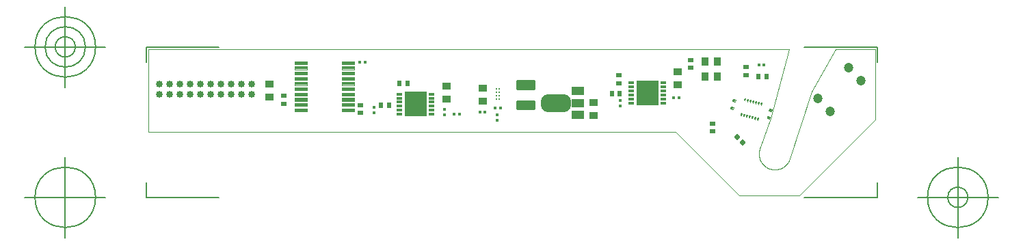
<source format=gbr>
G04 Generated by Ultiboard 14.2 *
%FSLAX46Y46*%
%MOIN*%

%ADD10C,0.000001*%
%ADD11C,0.005000*%
%ADD12C,0.000039*%
%ADD13R,0.039370X0.037402*%
%ADD14C,0.033465*%
%ADD15C,0.047244*%
%ADD16R,0.018110X0.016535*%
%ADD17R,0.022835X0.025984*%
%ADD18R,0.025984X0.022835*%
%ADD19R,0.059055X0.013780*%
%ADD20C,0.003937*%
%ADD21R,0.016535X0.018110*%
%ADD22R,0.031496X0.011811*%
%ADD23R,0.106299X0.122047*%
%ADD24R,0.080709X0.037402*%
%ADD25C,0.009843*%
%ADD26R,0.074803X0.015748*%
%ADD27C,0.070866*%
%ADD28R,0.059055X0.039370*%
%ADD29C,0.007874*%
%ADD30R,0.037402X0.041339*%
%ADD31P,0.032293X4*%
%ADD32P,0.010022X4X30*%
%ADD33P,0.016703X4X30*%


G04 ColorRGB FF00CC for the following layer *
%LN_uc5963b710a5c4298765c42*%
%LPD*%
G54D10*
G54D11*
X-10000Y-330000D02*
X-10000Y-256630D01*
X-10000Y-330000D02*
X346331Y-330000D01*
X3553307Y-330000D02*
X3196976Y-330000D01*
X3553307Y-330000D02*
X3553307Y-256630D01*
X3553307Y403701D02*
X3553307Y330331D01*
X3553307Y403701D02*
X3196976Y403701D01*
X-10000Y403701D02*
X346331Y403701D01*
X-10000Y403701D02*
X-10000Y330331D01*
X-206850Y-330000D02*
X-600551Y-330000D01*
X-403701Y-526850D02*
X-403701Y-133150D01*
X-551339Y-330000D02*
G75*
D01*
G02X-551339Y-330000I147638J0*
G01*
X3750157Y-330000D02*
X4143858Y-330000D01*
X3947008Y-526850D02*
X3947008Y-133150D01*
X3799370Y-330000D02*
G75*
D01*
G02X3799370Y-330000I147638J0*
G01*
X3897795Y-330000D02*
G75*
D01*
G02X3897795Y-330000I49213J0*
G01*
X-206850Y403701D02*
X-600551Y403701D01*
X-403701Y206850D02*
X-403701Y600551D01*
X-551339Y403701D02*
G75*
D01*
G02X-551339Y403701I147638J0*
G01*
X-502126Y403701D02*
G75*
D01*
G02X-502126Y403701I98425J0*
G01*
X-452913Y403701D02*
G75*
D01*
G02X-452913Y403701I49212J0*
G01*
X-10000Y-330000D02*
X-10000Y-256630D01*
X-10000Y-330000D02*
X346331Y-330000D01*
X3553307Y-330000D02*
X3196976Y-330000D01*
X3553307Y-330000D02*
X3553307Y-256630D01*
X3553307Y403701D02*
X3553307Y330331D01*
X3553307Y403701D02*
X3196976Y403701D01*
X-10000Y403701D02*
X346331Y403701D01*
X-10000Y403701D02*
X-10000Y330331D01*
X-206850Y-330000D02*
X-600551Y-330000D01*
X-403701Y-526850D02*
X-403701Y-133150D01*
X-551339Y-330000D02*
G75*
D01*
G02X-551339Y-330000I147638J0*
G01*
X3750157Y-330000D02*
X4143858Y-330000D01*
X3947008Y-526850D02*
X3947008Y-133150D01*
X3799370Y-330000D02*
G75*
D01*
G02X3799370Y-330000I147638J0*
G01*
X3897795Y-330000D02*
G75*
D01*
G02X3897795Y-330000I49213J0*
G01*
X-206850Y403701D02*
X-600551Y403701D01*
X-403701Y206850D02*
X-403701Y600551D01*
X-551339Y403701D02*
G75*
D01*
G02X-551339Y403701I147638J0*
G01*
X-502126Y403701D02*
G75*
D01*
G02X-502126Y403701I98425J0*
G01*
X-452913Y403701D02*
G75*
D01*
G02X-452913Y403701I49212J0*
G01*
G54D12*
X3035000Y55000D02*
X2985000Y-85000D01*
X2982421Y-91219D01*
X2980393Y-97639D01*
X2978933Y-104212D01*
X2978052Y-110887D01*
X2977755Y-117613D01*
X2978046Y-124340D01*
X2978922Y-131015D01*
X2980376Y-137589D01*
X2982398Y-144011D01*
X2984972Y-150233D01*
X2988078Y-156206D01*
X2991693Y-161886D01*
X2995789Y-167229D01*
X3000336Y-172195D01*
X3005298Y-176746D01*
X3010637Y-180847D01*
X3016314Y-184467D01*
X3022285Y-187579D01*
X3028504Y-190158D01*
X3034924Y-192185D01*
X3041497Y-193645D01*
X3048172Y-194527D01*
X3054898Y-194824D01*
X3061625Y-194533D01*
X3068300Y-193657D01*
X3074874Y-192203D01*
X3081296Y-190181D01*
X3087518Y-187607D01*
X3093491Y-184501D01*
X3099171Y-180886D01*
X3104514Y-176789D01*
X3109480Y-172243D01*
X3114031Y-167281D01*
X3118132Y-161941D01*
X3121752Y-156264D01*
X3124864Y-150294D01*
X3125000Y-150000D01*
X0Y-10000D02*
X0Y393701D01*
X3125000Y393701D01*
X3035000Y55000D01*
X2570000Y-10000D02*
X2880000Y-320000D01*
X2570000Y-10000D02*
X0Y-10000D01*
X3543307Y50000D02*
X3543307Y393701D01*
X3173307Y-320000D02*
X3543307Y50000D01*
X2880000Y-320000D02*
X3173307Y-320000D01*
X3125000Y-150000D02*
X3235000Y185000D01*
X3350000Y393701D01*
X3543307Y393701D01*
G54D13*
X590000Y158504D03*
X590000Y221496D03*
X2170000Y68504D03*
X2170000Y131496D03*
X1455000Y148504D03*
X1455000Y211496D03*
X1630000Y138504D03*
X1630000Y201496D03*
X2580000Y218504D03*
X2580000Y281496D03*
G54D14*
X305000Y171850D03*
X255000Y171850D03*
X355000Y171850D03*
X155000Y171850D03*
X55000Y171850D03*
X105000Y171850D03*
X355000Y221850D03*
X305000Y221850D03*
X255000Y221850D03*
X205000Y221850D03*
X155000Y221850D03*
X105000Y221850D03*
X55000Y221850D03*
X205000Y171850D03*
X505000Y221850D03*
X455000Y221850D03*
X405000Y221850D03*
X405000Y171850D03*
X455000Y171850D03*
X505000Y171850D03*
G54D15*
X3476210Y238994D03*
X3413994Y301210D03*
X3263790Y151006D03*
X3326006Y88790D03*
G54D16*
X2977008Y315000D03*
X3002992Y315000D03*
X1492008Y75000D03*
X1517992Y75000D03*
X1617008Y85000D03*
X1642992Y85000D03*
X1717992Y105000D03*
X1692008Y105000D03*
X2562008Y155000D03*
X2587992Y155000D03*
X1032008Y330000D03*
X1057992Y330000D03*
G54D17*
X2975709Y260000D03*
X3014291Y260000D03*
X1174291Y120000D03*
X1135709Y120000D03*
X2260709Y175000D03*
X2299291Y175000D03*
X1225709Y225000D03*
X1264291Y225000D03*
G54D18*
X2915000Y265709D03*
X2915000Y304291D03*
X1035000Y80709D03*
X1035000Y119291D03*
X2295000Y225709D03*
X2295000Y264291D03*
X2645000Y300709D03*
X2645000Y339291D03*
X660000Y164291D03*
X660000Y125709D03*
X2750000Y-9291D03*
X2750000Y29291D03*
G54D19*
X745827Y147283D03*
X745827Y121693D03*
X745827Y96102D03*
X974173Y96102D03*
X974173Y121693D03*
X974173Y147283D03*
X745827Y249646D03*
X745827Y224055D03*
X745827Y172874D03*
X745827Y198465D03*
X974173Y172874D03*
X974173Y198465D03*
X974173Y249646D03*
X974173Y224055D03*
X745827Y326417D03*
X745827Y275236D03*
X745827Y300827D03*
X974173Y326417D03*
X974173Y275236D03*
X974173Y300827D03*
G54D20*
X716300Y140393D02*
X775354Y140393D01*
X775354Y154173D01*
X716300Y154173D01*
X716300Y140393D01*D02*
X716300Y114803D02*
X775354Y114803D01*
X775354Y128583D01*
X716300Y128583D01*
X716300Y114803D01*D02*
X716300Y89212D02*
X775354Y89212D01*
X775354Y102992D01*
X716300Y102992D01*
X716300Y89212D01*D02*
X944646Y89212D02*
X1003700Y89212D01*
X1003700Y102992D01*
X944646Y102992D01*
X944646Y89212D01*D02*
X944646Y114803D02*
X1003700Y114803D01*
X1003700Y128583D01*
X944646Y128583D01*
X944646Y114803D01*D02*
X944646Y140393D02*
X1003700Y140393D01*
X1003700Y154173D01*
X944646Y154173D01*
X944646Y140393D01*D02*
X716300Y242756D02*
X775354Y242756D01*
X775354Y256536D01*
X716300Y256536D01*
X716300Y242756D01*D02*
X716300Y217165D02*
X775354Y217165D01*
X775354Y230945D01*
X716300Y230945D01*
X716300Y217165D01*D02*
X716300Y165984D02*
X775354Y165984D01*
X775354Y179764D01*
X716300Y179764D01*
X716300Y165984D01*D02*
X716300Y191575D02*
X775354Y191575D01*
X775354Y205355D01*
X716300Y205355D01*
X716300Y191575D01*D02*
X944646Y165984D02*
X1003700Y165984D01*
X1003700Y179764D01*
X944646Y179764D01*
X944646Y165984D01*D02*
X944646Y191575D02*
X1003700Y191575D01*
X1003700Y205355D01*
X944646Y205355D01*
X944646Y191575D01*D02*
X944646Y242756D02*
X1003700Y242756D01*
X1003700Y256536D01*
X944646Y256536D01*
X944646Y242756D01*D02*
X944646Y217165D02*
X1003700Y217165D01*
X1003700Y230945D01*
X944646Y230945D01*
X944646Y217165D01*D02*
X716300Y319527D02*
X775354Y319527D01*
X775354Y333307D01*
X716300Y333307D01*
X716300Y319527D01*D02*
X716300Y268346D02*
X775354Y268346D01*
X775354Y282126D01*
X716300Y282126D01*
X716300Y268346D01*D02*
X716300Y293937D02*
X775354Y293937D01*
X775354Y307717D01*
X716300Y307717D01*
X716300Y293937D01*D02*
X944646Y319527D02*
X1003700Y319527D01*
X1003700Y333307D01*
X944646Y333307D01*
X944646Y319527D01*D02*
X944646Y268346D02*
X1003700Y268346D01*
X1003700Y282126D01*
X944646Y282126D01*
X944646Y268346D01*D02*
X944646Y293937D02*
X1003700Y293937D01*
X1003700Y307717D01*
X944646Y307717D01*
X944646Y293937D01*D02*
X2890382Y68460D02*
X2893439Y79869D01*
X2890397Y80684D01*
X2887340Y69275D01*
X2890382Y68460D01*D02*
X2903692Y64894D02*
X2906749Y76302D01*
X2903707Y77118D01*
X2900650Y65709D01*
X2903692Y64894D01*D02*
X2917002Y61327D02*
X2920059Y72736D01*
X2917017Y73551D01*
X2913960Y62143D01*
X2917002Y61327D01*D02*
X2930312Y57761D02*
X2933369Y69170D01*
X2930327Y69985D01*
X2927270Y58576D01*
X2930312Y57761D01*D02*
X2943622Y54195D02*
X2946679Y65603D01*
X2943637Y66418D01*
X2940580Y55010D01*
X2943622Y54195D01*D02*
X2956932Y50628D02*
X2959989Y62037D01*
X2956947Y62852D01*
X2953890Y51443D01*
X2956932Y50628D01*D02*
X2970242Y47062D02*
X2973299Y58470D01*
X2970257Y59286D01*
X2967200Y47877D01*
X2970242Y47062D01*D02*
X3030846Y61800D02*
X3019438Y64857D01*
X3016534Y54018D01*
X3027942Y50961D01*
X3030846Y61800D01*D02*
X3040680Y98497D02*
X3029271Y101554D01*
X3026367Y90716D01*
X3037775Y87659D01*
X3040680Y98497D01*D02*
X2839321Y101503D02*
X2850729Y98446D01*
X2853633Y109284D01*
X2842225Y112341D01*
X2839321Y101503D01*D02*
X2849154Y138200D02*
X2860562Y135143D01*
X2863466Y145982D01*
X2852058Y149039D01*
X2849154Y138200D01*D02*
X2909758Y152938D02*
X2906701Y141530D01*
X2909743Y140714D01*
X2912800Y152123D01*
X2909758Y152938D01*D02*
X2923068Y149372D02*
X2920011Y137963D01*
X2923053Y137148D01*
X2926110Y148557D01*
X2923068Y149372D01*D02*
X2989618Y131540D02*
X2986561Y120131D01*
X2989603Y119316D01*
X2992660Y130725D01*
X2989618Y131540D01*D02*
X2936378Y145805D02*
X2933321Y134397D01*
X2936363Y133582D01*
X2939420Y144990D01*
X2936378Y145805D01*D02*
X2949688Y142239D02*
X2946631Y130830D01*
X2949673Y130015D01*
X2952730Y141424D01*
X2949688Y142239D01*D02*
X2962998Y138673D02*
X2959941Y127264D01*
X2962983Y126449D01*
X2966040Y137857D01*
X2962998Y138673D01*D02*
X2976308Y135106D02*
X2973251Y123698D01*
X2976293Y122882D01*
X2979350Y134291D01*
X2976308Y135106D01*D02*
G54D21*
X1100000Y82008D03*
X1100000Y107992D03*
X1445000Y72008D03*
X1445000Y97992D03*
X1700000Y72992D03*
X1700000Y47008D03*
X2300000Y117008D03*
X2300000Y142992D03*
G54D22*
X1225610Y75138D03*
X1383091Y75138D03*
X1225610Y153878D03*
X1225610Y134193D03*
X1225610Y94823D03*
X1225610Y114508D03*
X1383091Y153878D03*
X1383091Y94823D03*
X1383091Y114508D03*
X1383091Y134193D03*
X1225610Y173563D03*
X1383091Y173563D03*
X2355610Y130138D03*
X2355610Y149823D03*
X2355610Y169508D03*
X2513091Y130138D03*
X2513091Y149823D03*
X2513091Y169508D03*
X2355610Y208878D03*
X2355610Y228563D03*
X2355610Y189193D03*
X2513091Y208878D03*
X2513091Y228563D03*
X2513091Y189193D03*
G54D23*
X1304350Y124350D03*
X2434350Y179350D03*
G54D24*
X1840000Y120787D03*
X1840000Y219213D03*
G54D25*
X1799646Y102086D02*
X1880354Y102086D01*
X1880354Y139488D01*
X1799646Y139488D01*
X1799646Y102086D01*D02*
X1799646Y200512D02*
X1880354Y200512D01*
X1880354Y237914D01*
X1799646Y237914D01*
X1799646Y200512D01*D02*
G54D26*
X1985866Y130000D03*
G54D27*
X1948465Y122126D02*
X2023267Y122126D01*
X2023267Y137874D01*
X1948465Y137874D01*
X1948465Y122126D01*D02*
G54D28*
X2094134Y70945D03*
X2094134Y130000D03*
X2094134Y189055D03*
G54D29*
X1697126Y165866D03*
X1712874Y165866D03*
X1712874Y150118D03*
X1697126Y150118D03*
X1697126Y197362D03*
X1697126Y181614D03*
X1712874Y181614D03*
X1712874Y197362D03*
G54D30*
X2716457Y258583D03*
X2773543Y258583D03*
X2716457Y331417D03*
X2773543Y331417D03*
G54D31*
X2899755Y-62527D03*
X2897528Y-64755D03*
X2872472Y-35245D03*
X2870245Y-37473D03*
G54D32*
X2890288Y74192D03*
X2890492Y74952D03*
X2903598Y70625D03*
X2903802Y71386D03*
X2916908Y67059D03*
X2917112Y67820D03*
X2930218Y63492D03*
X2930422Y64253D03*
X2943528Y59926D03*
X2943732Y60687D03*
X2956838Y56360D03*
X2957042Y57120D03*
X2970148Y52793D03*
X2970352Y53554D03*
X2909852Y147207D03*
X2909648Y146446D03*
X2923162Y143640D03*
X2922958Y142880D03*
X2989712Y125808D03*
X2989508Y125048D03*
X2936472Y140074D03*
X2936268Y139313D03*
X2949782Y136507D03*
X2949578Y135747D03*
X2963092Y132941D03*
X2962888Y132180D03*
X2976402Y129375D03*
X2976198Y128614D03*
G54D33*
X3025591Y57400D03*
X3035424Y94097D03*
X2844575Y105903D03*
X2854409Y142600D03*

M02*

</source>
